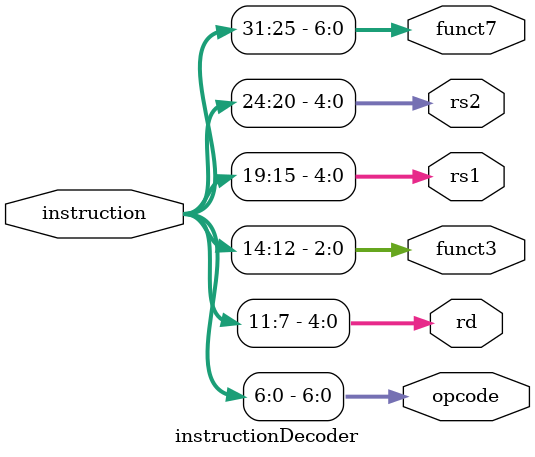
<source format=sv>
module instructionDecoder(
    input logic [31:0] instruction,
    output logic [6:0] opcode,
    output logic [4:0] rd,
    output logic [2:0] funct3,
    output logic [4:0] rs1,
    output logic [4:0] rs2,
    output logic [6:0] funct7
);

    assign opcode = instruction[6:0];
    assign rd = instruction[11:7];
    assign funct3 = instruction[14:12];
    assign rs1 = instruction[19:15];
    assign rs2 = instruction[24:20];
    assign funct7 = instruction[31:25];

endmodule
</source>
